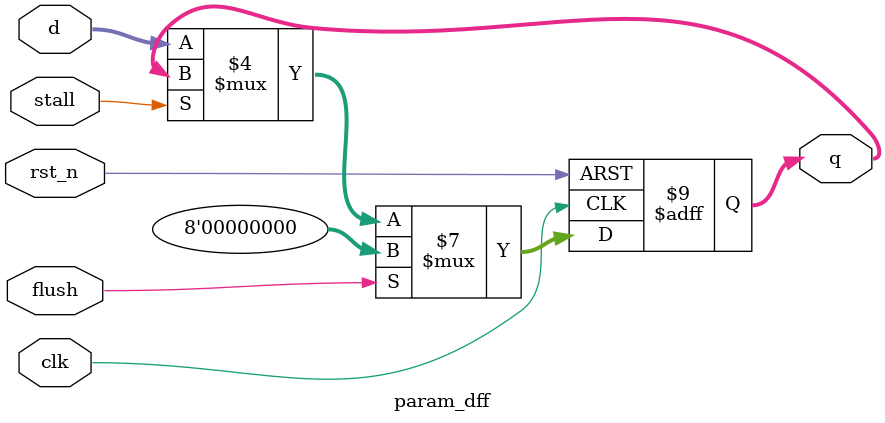
<source format=v>
module param_dff #(
        parameter WIDTH = 8  // Default width is 8 bits, but can be overridden
    ) (
        input  wire             clk,    // Clock signal
        input  wire             rst_n,  // Active-low asynchronous reset (highest priority)
        input  wire             flush,  // Active-high flush signal (second priority)
        input  wire             stall,  // Active-high stall signal (third priority)
        input  wire [WIDTH-1:0] d,      // Data input (WIDTH bits wide)
        output reg  [WIDTH-1:0] q       // Data output (WIDTH bits wide)
    );

    // Sequential logic block - executes on clock edges or reset
    // Priority order: reset > flush > stall > normal operation
    always @(posedge clk or negedge rst_n) begin
        if (!rst_n) begin
            // Highest priority: Asynchronous reset
            // This happens immediately when rst_n goes low, regardless of clock
            q <= {WIDTH{1'b0}};  // Clear all bits to 0

        end
        else begin
            // All other operations happen synchronously on rising clock edge

            if (flush) begin
                // Second priority: Flush operation
                // Clear the register contents to simulate pipeline flush
                q <= {WIDTH{1'b0}};  // Set all bits to 0

            end
            else if (stall) begin
                // Third priority: Stall operation
                // Maintain current value - do not update from input
                q <= q;  // Keep the same value (this line is actually redundant but makes intent clear)

            end
            else begin
                // Lowest priority: Normal operation
                // Load new data from input on rising clock edge
                q <= d;
            end
        end
    end

endmodule

</source>
